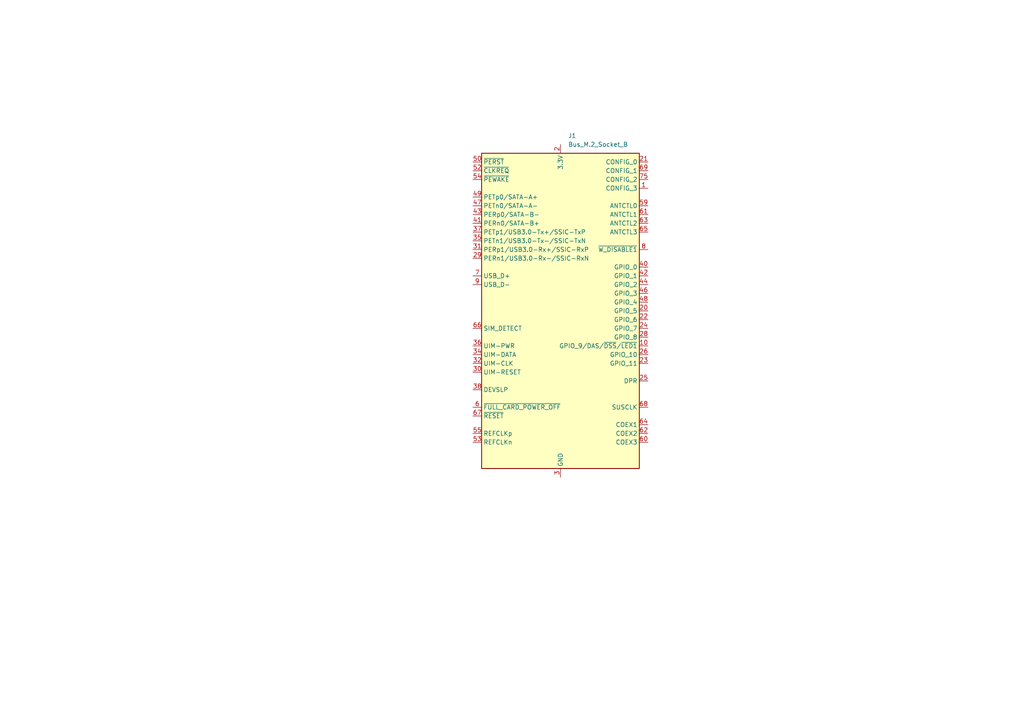
<source format=kicad_sch>
(kicad_sch (version 20240101) (generator "eeschema") (generator_version "8.99")
  (paper "A4")
  (lib_symbols
    (symbol "Connector:Bus_M.2_Socket_B"
      (property "Reference" "J" (at -22.86 46.99 0))
      (property "Value" "Bus_M.2_Socket_B" (at 16.51 46.99 0))
      (symbol "Bus_M.2_Socket_B_0_1"
        (rectangle (start -22.86 45.72) (end 22.86 -45.72) (stroke (width 0.254)) (fill (type background)))
      )
      (symbol "Bus_M.2_Socket_B_1_1"
        (pin input line (at 25.4 35.56 180) (length 2.54) (name "CONFIG_3") (number "1"))
        (pin bidirectional line (at 25.4 -10.16 180) (length 2.54) (name "GPIO_9/DAS/~{DSS}/~{LED1}") (number "10"))
        (pin passive line (at 0 -48.26 90) (length 2.54) hide (name "GND") (number "11"))
        (pin power_in line (at 0 48.26 270) (length 2.54) (name "3.3V") (number "2"))
        (pin bidirectional line (at 25.4 0 180) (length 2.54) (name "GPIO_5") (number "20"))
        (pin input line (at 25.4 43.18 180) (length 2.54) (name "CONFIG_0") (number "21"))
        (pin bidirectional line (at 25.4 -2.54 180) (length 2.54) (name "GPIO_6") (number "22"))
        (pin bidirectional line (at 25.4 -15.24 180) (length 2.54) (name "GPIO_11") (number "23"))
        (pin bidirectional line (at 25.4 -5.08 180) (length 2.54) (name "GPIO_7") (number "24"))
        (pin output line (at 25.4 -20.32 180) (length 2.54) (name "DPR") (number "25"))
        (pin bidirectional line (at 25.4 -12.7 180) (length 2.54) (name "GPIO_10") (number "26"))
        (pin passive line (at 0 -48.26 90) (length 2.54) hide (name "GND") (number "27"))
        (pin bidirectional line (at 25.4 -7.62 180) (length 2.54) (name "GPIO_8") (number "28"))
        (pin input line (at -25.4 15.24 0) (length 2.54) (name "PERn1/USB3.0-Rx-/SSIC-RxN") (number "29"))
        (pin power_in line (at 0 -48.26 90) (length 2.54) (name "GND") (number "3"))
        (pin input line (at -25.4 -17.78 0) (length 2.54) (name "UIM-RESET") (number "30"))
        (pin input line (at -25.4 17.78 0) (length 2.54) (name "PERp1/USB3.0-Rx+/SSIC-RxP") (number "31"))
        (pin input line (at -25.4 -15.24 0) (length 2.54) (name "UIM-CLK") (number "32"))
        (pin passive line (at 0 -48.26 90) (length 2.54) hide (name "GND") (number "33"))
        (pin bidirectional line (at -25.4 -12.7 0) (length 2.54) (name "UIM-DATA") (number "34"))
        (pin output line (at -25.4 20.32 0) (length 2.54) (name "PETn1/USB3.0-Tx-/SSIC-TxN") (number "35"))
        (pin input line (at -25.4 -10.16 0) (length 2.54) (name "UIM-PWR") (number "36"))
        (pin output line (at -25.4 22.86 0) (length 2.54) (name "PETp1/USB3.0-Tx+/SSIC-TxP") (number "37"))
        (pin output line (at -25.4 -22.86 0) (length 2.54) (name "DEVSLP") (number "38"))
        (pin passive line (at 0 -48.26 90) (length 2.54) hide (name "GND") (number "39"))
        (pin passive line (at 0 48.26 270) (length 2.54) hide (name "3.3V") (number "4"))
        (pin bidirectional line (at 25.4 12.7 180) (length 2.54) (name "GPIO_0") (number "40"))
        (pin input line (at -25.4 25.4 0) (length 2.54) (name "PERn0/SATA-B+") (number "41"))
        (pin bidirectional line (at 25.4 10.16 180) (length 2.54) (name "GPIO_1") (number "42"))
        (pin input line (at -25.4 27.94 0) (length 2.54) (name "PERp0/SATA-B-") (number "43"))
        (pin bidirectional line (at 25.4 7.62 180) (length 2.54) (name "GPIO_2") (number "44"))
        (pin passive line (at 0 -48.26 90) (length 2.54) hide (name "GND") (number "45"))
        (pin bidirectional line (at 25.4 5.08 180) (length 2.54) (name "GPIO_3") (number "46"))
        (pin output line (at -25.4 30.48 0) (length 2.54) (name "PETn0/SATA-A-") (number "47"))
        (pin bidirectional line (at 25.4 2.54 180) (length 2.54) (name "GPIO_4") (number "48"))
        (pin output line (at -25.4 33.02 0) (length 2.54) (name "PETp0/SATA-A+") (number "49"))
        (pin passive line (at 0 -48.26 90) (length 2.54) hide (name "GND") (number "5"))
        (pin output line (at -25.4 43.18 0) (length 2.54) (name "~{PERST}") (number "50"))
        (pin passive line (at 0 -48.26 90) (length 2.54) hide (name "GND") (number "51"))
        (pin bidirectional line (at -25.4 40.64 0) (length 2.54) (name "~{CLKREQ}") (number "52"))
        (pin output line (at -25.4 -38.1 0) (length 2.54) (name "REFCLKn") (number "53"))
        (pin bidirectional line (at -25.4 38.1 0) (length 2.54) (name "~{PEWAKE}") (number "54"))
        (pin output line (at -25.4 -35.56 0) (length 2.54) (name "REFCLKp") (number "55"))
        (pin no_connect line (at 22.86 -43.18 180) (length 2.54) hide (name "NC") (number "56"))
        (pin passive line (at 0 -48.26 90) (length 2.54) hide (name "GND") (number "57"))
        (pin no_connect line (at 22.86 -40.64 180) (length 2.54) hide (name "NC") (number "58"))
        (pin input line (at 25.4 30.48 180) (length 2.54) (name "ANTCTL0") (number "59"))
        (pin output line (at -25.4 -27.94 0) (length 2.54) (name "~{FULL_CARD_POWER_OFF}") (number "6"))
        (pin bidirectional line (at 25.4 -38.1 180) (length 2.54) (name "COEX3") (number "60"))
        (pin input line (at 25.4 27.94 180) (length 2.54) (name "ANTCTL1") (number "61"))
        (pin bidirectional line (at 25.4 -35.56 180) (length 2.54) (name "COEX2") (number "62"))
        (pin input line (at 25.4 25.4 180) (length 2.54) (name "ANTCTL2") (number "63"))
        (pin bidirectional line (at 25.4 -33.02 180) (length 2.54) (name "COEX1") (number "64"))
        (pin input line (at 25.4 22.86 180) (length 2.54) (name "ANTCTL3") (number "65"))
        (pin output line (at -25.4 -5.08 0) (length 2.54) (name "SIM_DETECT") (number "66"))
        (pin output line (at -25.4 -30.48 0) (length 2.54) (name "~{RESET}") (number "67"))
        (pin output line (at 25.4 -27.94 180) (length 2.54) (name "SUSCLK") (number "68"))
        (pin input line (at 25.4 40.64 180) (length 2.54) (name "CONFIG_1") (number "69"))
        (pin bidirectional line (at -25.4 10.16 0) (length 2.54) (name "USB_D+") (number "7"))
        (pin passive line (at 0 48.26 270) (length 2.54) hide (name "3.3V") (number "70"))
        (pin passive line (at 0 -48.26 90) (length 2.54) hide (name "GND") (number "71"))
        (pin passive line (at 0 48.26 270) (length 2.54) hide (name "3.3V") (number "72"))
        (pin passive line (at 0 -48.26 90) (length 2.54) hide (name "GND") (number "73"))
        (pin passive line (at 0 48.26 270) (length 2.54) hide (name "3.3V") (number "74"))
        (pin input line (at 25.4 38.1 180) (length 2.54) (name "CONFIG_2") (number "75"))
        (pin output line (at 25.4 17.78 180) (length 2.54) (name "~{W_DISABLE1}") (number "8"))
        (pin bidirectional line (at -25.4 7.62 0) (length 2.54) (name "USB_D-") (number "9"))
      )
    )
  )
  (symbol (lib_id "Connector:Bus_M.2_Socket_B") (at 162.56 90.17 0) (unit 1)
    (property "Reference" "J1" (at 164.7541 39.37 0) (effects (justify left)))
    (property "Value" "Bus_M.2_Socket_B" (at 164.7541 41.91 0) (effects (justify left)))
    (property "Datasheet" "http://read.pudn.com/downloads794/doc/project/3133918/PCIe_M.2_Electromechanical_Spec_Rev1.0_Final_11012013_RS_Clean.pdf#page=154" (effects (hide yes)))
    (property "Description" "M.2 Socket 2 Mechanical Key B" (effects (hide yes)))
  )
)
</source>
